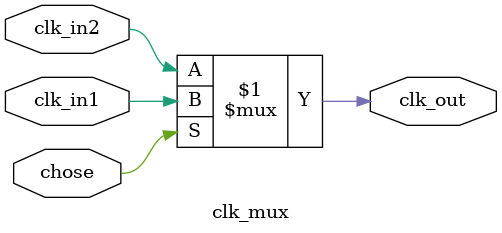
<source format=v>
`timescale 1ns / 1ps

module clk_mux(
    input wire clk_in1,
    input wire clk_in2,
    input wire chose,
    output wire clk_out
    );

    assign clk_out = chose ? clk_in1 : clk_in2;
endmodule
</source>
